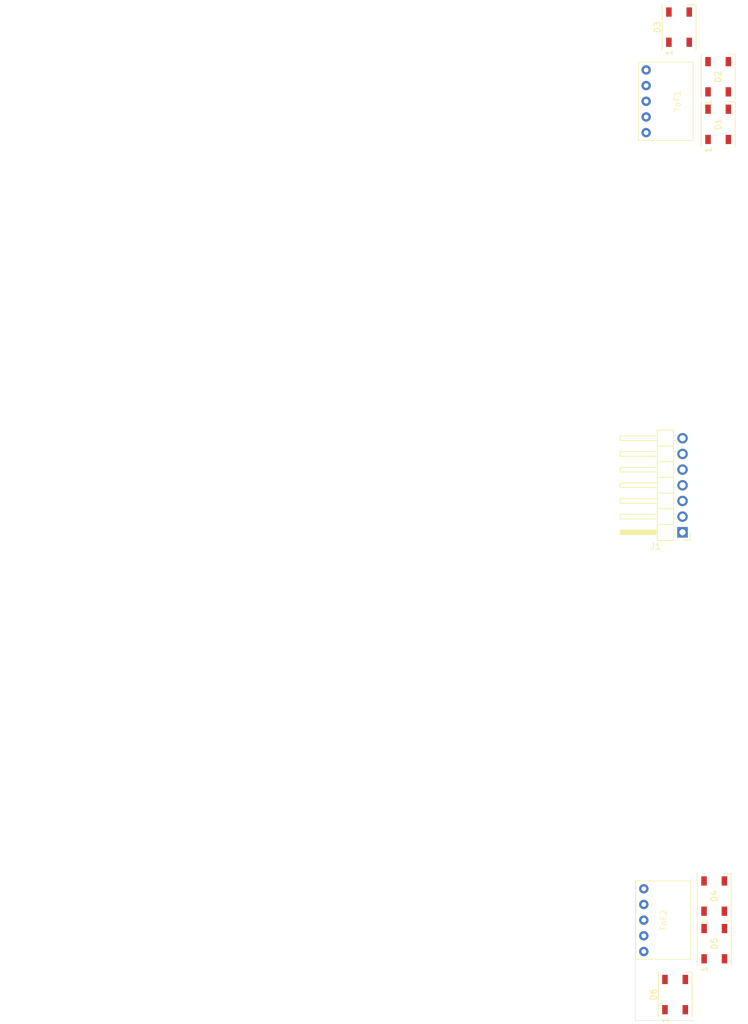
<source format=kicad_pcb>
(kicad_pcb (version 20240108) (generator "pcbnew") (generator_version "8.0")
  (layers (0 "F.Cu" signal) (31 "B.Cu" signal) (34 "B.Paste" user) (35 "F.Paste" user) (36 "B.SilkS" user "B.Silkscreen") (37 "F.SilkS" user "F.Silkscreen") (38 "B.Mask" user) (39 "F.Mask" user) (44 "Edge.Cuts" user))
  (net 0 "")
  (net 1 "Net-(D1-DOUT)")
  (net 2 "/NeoPi")
  (net 3 "GND")
  (net 4 "+5V")
  (net 5 "Net-(D2-DOUT)")
  (net 7 "Net-(D4-DOUT)")
  (net 8 "Net-(D5-DOUT)")
  (net 10 "/SDA")
  (net 11 "/SCL")
  (net 12 "/XSHUT1")
  (net 13 "/XSHUT2")
  (footprint "LED_SMD:LED_WS2812B_PLCC4_5.0x5.0mm_P3.2mm" (layer "F.Cu") (at 135.255 184.15 90)
    (property "Reference" "D6" (at 0 -3.5 90) (layer "F.SilkS"))
    (property "Value" "WS2812B")
    (fp_line (start -3.65 -2.75) (end 3.65 -2.75) (stroke (width 0.12)) (layer "F.SilkS"))
    (fp_line (start 3.65 2.75) (end 3.65 1.6) (stroke (width 0.12)) (layer "F.SilkS"))
    (fp_line (start -3.65 2.75) (end 3.65 2.75) (stroke (width 0.12)) (layer "F.SilkS"))
    (fp_text user "1" (at -4.15 -1.6 90) (layer "F.SilkS"))
    (pad "1" smd rect (at -2.45 -1.65 90) (size 1.5 0.9) (layers "F.Cu" "F.Paste" "F.Mask") (net 4 "+5V"))
    (pad "2" smd rect (at -2.45 1.65 90) (size 1.5 0.9) (layers "F.Cu" "F.Paste" "F.Mask"))
    (pad "3" smd rect (at 2.45 1.65 90) (size 1.5 0.9) (layers "F.Cu" "F.Paste" "F.Mask") (net 3 "GND"))
    (pad "4" smd rect (at 2.45 -1.65 90) (size 1.5 0.9) (layers "F.Cu" "F.Paste" "F.Mask") (net 8 "Net-(D5-DOUT)"))
  )
  (footprint "ToF:GY530" (layer "F.Cu") (at 130.556 39.37 90)
    (property "Reference" "ToF1" (at 0 5.08 90) (layer "F.SilkS") (effects (font (thickness 0.1))))
    (property "Value" "~" (hide yes))
    (fp_rect (start -6.35 -1.27) (end 6.35 7.62) (stroke (width 0.1)) (fill none) (layer "F.SilkS"))
    (pad "1" thru_hole circle (at -5.08 0 90) (size 1.524 1.524) (drill 0.762) (layers "*.Cu" "*.Mask") (net 4 "+5V"))
    (pad "2" thru_hole circle (at -2.54 0 90) (size 1.524 1.524) (drill 0.762) (layers "*.Cu" "*.Mask") (net 3 "GND"))
    (pad "3" thru_hole circle (at 0 0 90) (size 1.524 1.524) (drill 0.762) (layers "*.Cu" "*.Mask") (net 11 "/SCL"))
    (pad "4" thru_hole circle (at 2.54 0 90) (size 1.524 1.524) (drill 0.762) (layers "*.Cu" "*.Mask") (net 10 "/SDA"))
    (pad "5" thru_hole circle (at 5.08 0 90) (size 1.524 1.524) (drill 0.762) (layers "*.Cu" "*.Mask") (net 12 "/XSHUT1"))
  )
  (footprint "ToF:GY530" (layer "F.Cu") (at 130.175 172.085 90)
    (property "Reference" "ToF2" (at 0 3.175 90) (layer "F.SilkS") (effects (font (thickness 0.1))))
    (property "Value" "~" (hide yes))
    (fp_rect (start -6.35 -1.27) (end 6.35 7.62) (stroke (width 0.1)) (fill none) (layer "F.SilkS"))
    (pad "1" thru_hole circle (at -5.08 0 90) (size 1.524 1.524) (drill 0.762) (layers "*.Cu" "*.Mask") (net 4 "+5V"))
    (pad "2" thru_hole circle (at -2.54 0 90) (size 1.524 1.524) (drill 0.762) (layers "*.Cu" "*.Mask") (net 3 "GND"))
    (pad "3" thru_hole circle (at 0 0 90) (size 1.524 1.524) (drill 0.762) (layers "*.Cu" "*.Mask") (net 11 "/SCL"))
    (pad "4" thru_hole circle (at 2.54 0 90) (size 1.524 1.524) (drill 0.762) (layers "*.Cu" "*.Mask") (net 10 "/SDA"))
    (pad "5" thru_hole circle (at 5.08 0 90) (size 1.524 1.524) (drill 0.762) (layers "*.Cu" "*.Mask") (net 13 "/XSHUT2"))
  )
  (footprint "Connector_PinHeader_2.54mm:PinHeader_1x07_P2.54mm_Horizontal" (layer "F.Cu") (at 136.455 109.225 180)
    (property "Reference" "J1" (at 4.385 -2.27 360) (layer "F.SilkS"))
    (property "Value" "Conn_01x07")
    (fp_line (start 10.1 15.62) (end 4.1 15.62) (stroke (width 0.12)) (layer "F.SilkS"))
    (fp_line (start 10.1 14.86) (end 10.1 15.62) (stroke (width 0.12)) (layer "F.SilkS"))
    (fp_line (start 10.1 13.08) (end 4.1 13.08) (stroke (width 0.12)) (layer "F.SilkS"))
    (fp_line (start 10.1 12.32) (end 10.1 13.08) (stroke (width 0.12)) (layer "F.SilkS"))
    (fp_line (start 10.1 10.54) (end 4.1 10.54) (stroke (width 0.12)) (layer "F.SilkS"))
    (fp_line (start 10.1 9.78) (end 10.1 10.54) (stroke (width 0.12)) (layer "F.SilkS"))
    (fp_line (start 10.1 8) (end 4.1 8) (stroke (width 0.12)) (layer "F.SilkS"))
    (fp_line (start 10.1 7.24) (end 10.1 8) (stroke (width 0.12)) (layer "F.SilkS"))
    (fp_line (start 10.1 5.46) (end 4.1 5.46) (stroke (width 0.12)) (layer "F.SilkS"))
    (fp_line (start 10.1 4.7) (end 10.1 5.46) (stroke (width 0.12)) (layer "F.SilkS"))
    (fp_line (start 10.1 2.92) (end 4.1 2.92) (stroke (width 0.12)) (layer "F.SilkS"))
    (fp_line (start 10.1 2.16) (end 10.1 2.92) (stroke (width 0.12)) (layer "F.SilkS"))
    (fp_line (start 10.1 0.38) (end 4.1 0.38) (stroke (width 0.12)) (layer "F.SilkS"))
    (fp_line (start 10.1 -0.38) (end 10.1 0.38) (stroke (width 0.12)) (layer "F.SilkS"))
    (fp_line (start 4.1 16.57) (end 4.1 -1.33) (stroke (width 0.12)) (layer "F.SilkS"))
    (fp_line (start 4.1 14.86) (end 10.1 14.86) (stroke (width 0.12)) (layer "F.SilkS"))
    (fp_line (start 4.1 12.32) (end 10.1 12.32) (stroke (width 0.12)) (layer "F.SilkS"))
    (fp_line (start 4.1 9.78) (end 10.1 9.78) (stroke (width 0.12)) (layer "F.SilkS"))
    (fp_line (start 4.1 7.24) (end 10.1 7.24) (stroke (width 0.12)) (layer "F.SilkS"))
    (fp_line (start 4.1 4.7) (end 10.1 4.7) (stroke (width 0.12)) (layer "F.SilkS"))
    (fp_line (start 4.1 2.16) (end 10.1 2.16) (stroke (width 0.12)) (layer "F.SilkS"))
    (fp_line (start 4.1 0.28) (end 10.1 0.28) (stroke (width 0.12)) (layer "F.SilkS"))
    (fp_line (start 4.1 0.16) (end 10.1 0.16) (stroke (width 0.12)) (layer "F.SilkS"))
    (fp_line (start 4.1 0.04) (end 10.1 0.04) (stroke (width 0.12)) (layer "F.SilkS"))
    (fp_line (start 4.1 -0.08) (end 10.1 -0.08) (stroke (width 0.12)) (layer "F.SilkS"))
    (fp_line (start 4.1 -0.2) (end 10.1 -0.2) (stroke (width 0.12)) (layer "F.SilkS"))
    (fp_line (start 4.1 -0.32) (end 10.1 -0.32) (stroke (width 0.12)) (layer "F.SilkS"))
    (fp_line (start 4.1 -0.38) (end 10.1 -0.38) (stroke (width 0.12)) (layer "F.SilkS"))
    (fp_line (start 4.1 -1.33) (end 1.44 -1.33) (stroke (width 0.12)) (layer "F.SilkS"))
    (fp_line (start 1.44 16.57) (end 4.1 16.57) (stroke (width 0.12)) (layer "F.SilkS"))
    (fp_line (start 1.44 13.97) (end 4.1 13.97) (stroke (width 0.12)) (layer "F.SilkS"))
    (fp_line (start 1.44 11.43) (end 4.1 11.43) (stroke (width 0.12)) (layer "F.SilkS"))
    (fp_line (start 1.44 8.89) (end 4.1 8.89) (stroke (width 0.12)) (layer "F.SilkS"))
    (fp_line (start 1.44 6.35) (end 4.1 6.35) (stroke (width 0.12)) (layer "F.SilkS"))
    (fp_line (start 1.44 3.81) (end 4.1 3.81) (stroke (width 0.12)) (layer "F.SilkS"))
    (fp_line (start 1.44 1.27) (end 4.1 1.27) (stroke (width 0.12)) (layer "F.SilkS"))
    (fp_line (start 1.44 -1.33) (end 1.44 16.57) (stroke (width 0.12)) (layer "F.SilkS"))
    (fp_line (start 1.11 0.38) (end 1.44 0.38) (stroke (width 0.12)) (layer "F.SilkS"))
    (fp_line (start 1.11 -0.38) (end 1.44 -0.38) (stroke (width 0.12)) (layer "F.SilkS"))
    (fp_line (start 1.042929 15.62) (end 1.44 15.62) (stroke (width 0.12)) (layer "F.SilkS"))
    (fp_line (start 1.042929 14.86) (end 1.44 14.86) (stroke (width 0.12)) (layer "F.SilkS"))
    (fp_line (start 1.042929 13.08) (end 1.44 13.08) (stroke (width 0.12)) (layer "F.SilkS"))
    (fp_line (start 1.042929 12.32) (end 1.44 12.32) (stroke (width 0.12)) (layer "F.SilkS"))
    (fp_line (start 1.042929 10.54) (end 1.44 10.54) (stroke (width 0.12)) (layer "F.SilkS"))
    (fp_line (start 1.042929 9.78) (end 1.44 9.78) (stroke (width 0.12)) (layer "F.SilkS"))
    (fp_line (start 1.042929 8) (end 1.44 8) (stroke (width 0.12)) (layer "F.SilkS"))
    (fp_line (start 1.042929 7.24) (end 1.44 7.24) (stroke (width 0.12)) (layer "F.SilkS"))
    (fp_line (start 1.042929 5.46) (end 1.44 5.46) (stroke (width 0.12)) (layer "F.SilkS"))
    (fp_line (start 1.042929 4.7) (end 1.44 4.7) (stroke (width 0.12)) (layer "F.SilkS"))
    (fp_line (start 1.042929 2.92) (end 1.44 2.92) (stroke (width 0.12)) (layer "F.SilkS"))
    (fp_line (start 1.042929 2.16) (end 1.44 2.16) (stroke (width 0.12)) (layer "F.SilkS"))
    (fp_line (start -1.27 0) (end -1.27 -1.27) (stroke (width 0.12)) (layer "F.SilkS"))
    (fp_line (start -1.27 -1.27) (end 0 -1.27) (stroke (width 0.12)) (layer "F.SilkS"))
    (pad "1" thru_hole rect (at 0 0 180) (size 1.7 1.7) (drill 1) (layers "*.Cu" "*.Mask") (net 3 "GND"))
    (pad "2" thru_hole oval (at 0 2.54 180) (size 1.7 1.7) (drill 1) (layers "*.Cu" "*.Mask") (net 4 "+5V"))
    (pad "3" thru_hole oval (at 0 5.08 180) (size 1.7 1.7) (drill 1) (layers "*.Cu" "*.Mask") (net 10 "/SDA"))
    (pad "4" thru_hole oval (at 0 7.62 180) (size 1.7 1.7) (drill 1) (layers "*.Cu" "*.Mask") (net 11 "/SCL"))
    (pad "5" thru_hole oval (at 0 10.16 180) (size 1.7 1.7) (drill 1) (layers "*.Cu" "*.Mask") (net 12 "/XSHUT1"))
    (pad "6" thru_hole oval (at 0 12.7 180) (size 1.7 1.7) (drill 1) (layers "*.Cu" "*.Mask") (net 13 "/XSHUT2"))
    (pad "7" thru_hole oval (at 0 15.24 180) (size 1.7 1.7) (drill 1) (layers "*.Cu" "*.Mask") (net 2 "/NeoPi"))
  )
  (footprint "LED_SMD:LED_WS2812B_PLCC4_5.0x5.0mm_P3.2mm" (layer "F.Cu") (at 142.239 43.106 90)
    (property "Reference" "D1" (at 0 0 90) (layer "F.SilkS"))
    (property "Value" "WS2812B")
    (fp_line (start -3.65 -2.75) (end 3.65 -2.75) (stroke (width 0.12)) (layer "F.SilkS"))
    (fp_line (start 3.65 2.75) (end 3.65 1.6) (stroke (width 0.12)) (layer "F.SilkS"))
    (fp_line (start -3.65 2.75) (end 3.65 2.75) (stroke (width 0.12)) (layer "F.SilkS"))
    (fp_text user "1" (at -4.15 -1.6 90) (layer "F.SilkS"))
    (pad "1" smd rect (at -2.45 -1.65 90) (size 1.5 0.9) (layers "F.Cu" "F.Paste" "F.Mask") (net 4 "+5V"))
    (pad "2" smd rect (at -2.45 1.65 90) (size 1.5 0.9) (layers "F.Cu" "F.Paste" "F.Mask") (net 1 "Net-(D1-DOUT)"))
    (pad "3" smd rect (at 2.45 1.65 90) (size 1.5 0.9) (layers "F.Cu" "F.Paste" "F.Mask") (net 3 "GND"))
    (pad "4" smd rect (at 2.45 -1.65 90) (size 1.5 0.9) (layers "F.Cu" "F.Paste" "F.Mask") (net 2 "/NeoPi"))
  )
  (footprint "LED_SMD:LED_WS2812B_PLCC4_5.0x5.0mm_P3.2mm" (layer "F.Cu") (at 135.891 27.358 90)
    (property "Reference" "D3" (at 0 -3.5 90) (layer "F.SilkS"))
    (property "Value" "WS2812B")
    (fp_line (start -3.65 -2.75) (end 3.65 -2.75) (stroke (width 0.12)) (layer "F.SilkS"))
    (fp_line (start 3.65 2.75) (end 3.65 1.6) (stroke (width 0.12)) (layer "F.SilkS"))
    (fp_line (start -3.65 2.75) (end 3.65 2.75) (stroke (width 0.12)) (layer "F.SilkS"))
    (fp_text user "1" (at -4.15 -1.6 90) (layer "F.SilkS"))
    (pad "1" smd rect (at -2.45 -1.65 90) (size 1.5 0.9) (layers "F.Cu" "F.Paste" "F.Mask") (net 4 "+5V"))
    (pad "2" smd rect (at -2.45 1.65 90) (size 1.5 0.9) (layers "F.Cu" "F.Paste" "F.Mask"))
    (pad "3" smd rect (at 2.45 1.65 90) (size 1.5 0.9) (layers "F.Cu" "F.Paste" "F.Mask") (net 3 "GND"))
    (pad "4" smd rect (at 2.45 -1.65 90) (size 1.5 0.9) (layers "F.Cu" "F.Paste" "F.Mask") (net 5 "Net-(D2-DOUT)"))
  )
  (footprint "LED_SMD:LED_WS2812B_PLCC4_5.0x5.0mm_P3.2mm" (layer "F.Cu") (at 141.605 175.895 90)
    (property "Reference" "D5" (at 0 0 90) (layer "F.SilkS"))
    (property "Value" "WS2812B")
    (fp_line (start -3.65 -2.75) (end 3.65 -2.75) (stroke (width 0.12)) (layer "F.SilkS"))
    (fp_line (start 3.65 2.75) (end 3.65 1.6) (stroke (width 0.12)) (layer "F.SilkS"))
    (fp_line (start -3.65 2.75) (end 3.65 2.75) (stroke (width 0.12)) (layer "F.SilkS"))
    (fp_text user "1" (at -4.15 -1.6 90) (layer "F.SilkS"))
    (pad "1" smd rect (at -2.45 -1.65 90) (size 1.5 0.9) (layers "F.Cu" "F.Paste" "F.Mask") (net 4 "+5V"))
    (pad "2" smd rect (at -2.45 1.65 90) (size 1.5 0.9) (layers "F.Cu" "F.Paste" "F.Mask") (net 8 "Net-(D5-DOUT)"))
    (pad "3" smd rect (at 2.45 1.65 90) (size 1.5 0.9) (layers "F.Cu" "F.Paste" "F.Mask") (net 3 "GND"))
    (pad "4" smd rect (at 2.45 -1.65 90) (size 1.5 0.9) (layers "F.Cu" "F.Paste" "F.Mask") (net 7 "Net-(D4-DOUT)"))
  )
  (footprint "LED_SMD:LED_WS2812B_PLCC4_5.0x5.0mm_P3.2mm" (layer "F.Cu") (at 142.239 35.396 90)
    (property "Reference" "D2" (at 0 0 90) (layer "F.SilkS"))
    (property "Value" "WS2812B")
    (fp_line (start -3.65 -2.75) (end 3.65 -2.75) (stroke (width 0.12)) (layer "F.SilkS"))
    (fp_line (start 3.65 2.75) (end 3.65 1.6) (stroke (width 0.12)) (layer "F.SilkS"))
    (fp_line (start -3.65 2.75) (end 3.65 2.75) (stroke (width 0.12)) (layer "F.SilkS"))
    (fp_text user "1" (at -4.15 -1.6 90) (layer "F.SilkS"))
    (pad "1" smd rect (at -2.45 -1.65 90) (size 1.5 0.9) (layers "F.Cu" "F.Paste" "F.Mask") (net 4 "+5V"))
    (pad "2" smd rect (at -2.45 1.65 90) (size 1.5 0.9) (layers "F.Cu" "F.Paste" "F.Mask") (net 5 "Net-(D2-DOUT)"))
    (pad "3" smd rect (at 2.45 1.65 90) (size 1.5 0.9) (layers "F.Cu" "F.Paste" "F.Mask") (net 3 "GND"))
    (pad "4" smd rect (at 2.45 -1.65 90) (size 1.5 0.9) (layers "F.Cu" "F.Paste" "F.Mask") (net 1 "Net-(D1-DOUT)"))
  )
  (footprint "LED_SMD:LED_WS2812B_PLCC4_5.0x5.0mm_P3.2mm" (layer "F.Cu") (at 141.59 168.185 90)
    (property "Reference" "D4" (at 0 0.015 90) (layer "F.SilkS"))
    (property "Value" "WS2812B")
    (fp_line (start -3.65 -2.75) (end 3.65 -2.75) (stroke (width 0.12)) (layer "F.SilkS"))
    (fp_line (start 3.65 2.75) (end 3.65 1.6) (stroke (width 0.12)) (layer "F.SilkS"))
    (fp_line (start -3.65 2.75) (end 3.65 2.75) (stroke (width 0.12)) (layer "F.SilkS"))
    (fp_text user "1" (at -4.15 -1.6 90) (layer "F.SilkS"))
    (pad "1" smd rect (at -2.45 -1.65 90) (size 1.5 0.9) (layers "F.Cu" "F.Paste" "F.Mask") (net 4 "+5V"))
    (pad "2" smd rect (at -2.45 1.65 90) (size 1.5 0.9) (layers "F.Cu" "F.Paste" "F.Mask") (net 7 "Net-(D4-DOUT)"))
    (pad "3" smd rect (at 2.45 1.65 90) (size 1.5 0.9) (layers "F.Cu" "F.Paste" "F.Mask") (net 3 "GND"))
    (pad "4" smd rect (at 2.45 -1.65 90) (size 1.5 0.9) (layers "F.Cu" "F.Paste" "F.Mask") (net 2 "/NeoPi"))
  )
  (gr_line (start 132.08 188.341) (end 128.778 188.341) (stroke (width 0.05)) (layer "Edge.Cuts"))
  (gr_line (start 128.778 188.341) (end 128.778 165.481) (stroke (width 0.05)) (layer "Edge.Cuts"))
  (gr_line (start 138.43 188.341) (end 132.08 188.341) (stroke (width 0.05)) (layer "Edge.Cuts"))
)
</source>
